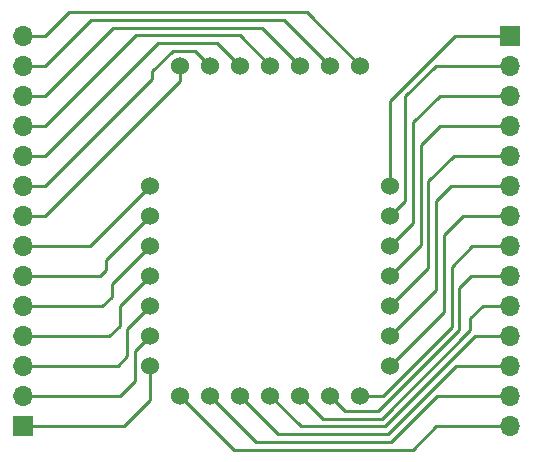
<source format=gbr>
%TF.GenerationSoftware,KiCad,Pcbnew,(5.1.9-0-10_14)*%
%TF.CreationDate,2021-07-27T12:59:24-05:00*%
%TF.ProjectId,castellated_breakout,63617374-656c-46c6-9174-65645f627265,rev?*%
%TF.SameCoordinates,Original*%
%TF.FileFunction,Copper,L1,Top*%
%TF.FilePolarity,Positive*%
%FSLAX46Y46*%
G04 Gerber Fmt 4.6, Leading zero omitted, Abs format (unit mm)*
G04 Created by KiCad (PCBNEW (5.1.9-0-10_14)) date 2021-07-27 12:59:24*
%MOMM*%
%LPD*%
G01*
G04 APERTURE LIST*
%TA.AperFunction,SMDPad,CuDef*%
%ADD10C,1.524000*%
%TD*%
%TA.AperFunction,ComponentPad*%
%ADD11O,1.700000X1.700000*%
%TD*%
%TA.AperFunction,ComponentPad*%
%ADD12R,1.700000X1.700000*%
%TD*%
%TA.AperFunction,Conductor*%
%ADD13C,0.250000*%
%TD*%
G04 APERTURE END LIST*
D10*
%TO.P,U1,28*%
%TO.N,Net-(J2-Pad1)*%
X148590000Y-107950000D03*
%TO.P,U1,27*%
%TO.N,Net-(J2-Pad2)*%
X148590000Y-105410000D03*
%TO.P,U1,26*%
%TO.N,Net-(J2-Pad3)*%
X148590000Y-102870000D03*
%TO.P,U1,25*%
%TO.N,Net-(J2-Pad4)*%
X148590000Y-100330000D03*
%TO.P,U1,24*%
%TO.N,Net-(J2-Pad5)*%
X148590000Y-97790000D03*
%TO.P,U1,23*%
%TO.N,Net-(J2-Pad6)*%
X148590000Y-95250000D03*
%TO.P,U1,22*%
%TO.N,Net-(J2-Pad7)*%
X148590000Y-92710000D03*
%TO.P,U1,21*%
%TO.N,Net-(J2-Pad8)*%
X151130000Y-82550000D03*
%TO.P,U1,20*%
%TO.N,Net-(J2-Pad9)*%
X153670000Y-82550000D03*
%TO.P,U1,19*%
%TO.N,Net-(J2-Pad10)*%
X156210000Y-82550000D03*
%TO.P,U1,18*%
%TO.N,Net-(J2-Pad11)*%
X158750000Y-82550000D03*
%TO.P,U1,17*%
%TO.N,Net-(J2-Pad12)*%
X161290000Y-82550000D03*
%TO.P,U1,16*%
%TO.N,Net-(J2-Pad13)*%
X163830000Y-82550000D03*
%TO.P,U1,15*%
%TO.N,Net-(J2-Pad14)*%
X166370000Y-82550000D03*
%TO.P,U1,14*%
%TO.N,Net-(J1-Pad1)*%
X168910000Y-92710000D03*
%TO.P,U1,13*%
%TO.N,Net-(J1-Pad2)*%
X168910000Y-95250000D03*
%TO.P,U1,12*%
%TO.N,Net-(J1-Pad3)*%
X168910000Y-97790000D03*
%TO.P,U1,11*%
%TO.N,Net-(J1-Pad4)*%
X168910000Y-100330000D03*
%TO.P,U1,10*%
%TO.N,Net-(J1-Pad5)*%
X168910000Y-102870000D03*
%TO.P,U1,9*%
%TO.N,Net-(J1-Pad6)*%
X168910000Y-105410000D03*
%TO.P,U1,8*%
%TO.N,Net-(J1-Pad7)*%
X168910000Y-107950000D03*
%TO.P,U1,7*%
%TO.N,Net-(J1-Pad8)*%
X166370000Y-110490000D03*
%TO.P,U1,6*%
%TO.N,Net-(J1-Pad9)*%
X163830000Y-110490000D03*
%TO.P,U1,5*%
%TO.N,Net-(J1-Pad10)*%
X161290000Y-110490000D03*
%TO.P,U1,4*%
%TO.N,Net-(J1-Pad11)*%
X158750000Y-110490000D03*
%TO.P,U1,3*%
%TO.N,Net-(J1-Pad12)*%
X156210000Y-110490000D03*
%TO.P,U1,2*%
%TO.N,Net-(J1-Pad13)*%
X153670000Y-110490000D03*
%TO.P,U1,1*%
%TO.N,Net-(J1-Pad14)*%
X151130000Y-110490000D03*
%TD*%
D11*
%TO.P,J2,14*%
%TO.N,Net-(J2-Pad14)*%
X137795000Y-80010000D03*
%TO.P,J2,13*%
%TO.N,Net-(J2-Pad13)*%
X137795000Y-82550000D03*
%TO.P,J2,12*%
%TO.N,Net-(J2-Pad12)*%
X137795000Y-85090000D03*
%TO.P,J2,11*%
%TO.N,Net-(J2-Pad11)*%
X137795000Y-87630000D03*
%TO.P,J2,10*%
%TO.N,Net-(J2-Pad10)*%
X137795000Y-90170000D03*
%TO.P,J2,9*%
%TO.N,Net-(J2-Pad9)*%
X137795000Y-92710000D03*
%TO.P,J2,8*%
%TO.N,Net-(J2-Pad8)*%
X137795000Y-95250000D03*
%TO.P,J2,7*%
%TO.N,Net-(J2-Pad7)*%
X137795000Y-97790000D03*
%TO.P,J2,6*%
%TO.N,Net-(J2-Pad6)*%
X137795000Y-100330000D03*
%TO.P,J2,5*%
%TO.N,Net-(J2-Pad5)*%
X137795000Y-102870000D03*
%TO.P,J2,4*%
%TO.N,Net-(J2-Pad4)*%
X137795000Y-105410000D03*
%TO.P,J2,3*%
%TO.N,Net-(J2-Pad3)*%
X137795000Y-107950000D03*
%TO.P,J2,2*%
%TO.N,Net-(J2-Pad2)*%
X137795000Y-110490000D03*
D12*
%TO.P,J2,1*%
%TO.N,Net-(J2-Pad1)*%
X137795000Y-113030000D03*
%TD*%
D11*
%TO.P,J1,14*%
%TO.N,Net-(J1-Pad14)*%
X179070000Y-113030000D03*
%TO.P,J1,13*%
%TO.N,Net-(J1-Pad13)*%
X179070000Y-110490000D03*
%TO.P,J1,12*%
%TO.N,Net-(J1-Pad12)*%
X179070000Y-107950000D03*
%TO.P,J1,11*%
%TO.N,Net-(J1-Pad11)*%
X179070000Y-105410000D03*
%TO.P,J1,10*%
%TO.N,Net-(J1-Pad10)*%
X179070000Y-102870000D03*
%TO.P,J1,9*%
%TO.N,Net-(J1-Pad9)*%
X179070000Y-100330000D03*
%TO.P,J1,8*%
%TO.N,Net-(J1-Pad8)*%
X179070000Y-97790000D03*
%TO.P,J1,7*%
%TO.N,Net-(J1-Pad7)*%
X179070000Y-95250000D03*
%TO.P,J1,6*%
%TO.N,Net-(J1-Pad6)*%
X179070000Y-92710000D03*
%TO.P,J1,5*%
%TO.N,Net-(J1-Pad5)*%
X179070000Y-90170000D03*
%TO.P,J1,4*%
%TO.N,Net-(J1-Pad4)*%
X179070000Y-87630000D03*
%TO.P,J1,3*%
%TO.N,Net-(J1-Pad3)*%
X179070000Y-85090000D03*
%TO.P,J1,2*%
%TO.N,Net-(J1-Pad2)*%
X179070000Y-82550000D03*
D12*
%TO.P,J1,1*%
%TO.N,Net-(J1-Pad1)*%
X179070000Y-80010000D03*
%TD*%
D13*
%TO.N,Net-(J1-Pad14)*%
X155667051Y-115027051D02*
X170822949Y-115027051D01*
X151130000Y-110490000D02*
X155667051Y-115027051D01*
X172820000Y-113030000D02*
X179070000Y-113030000D01*
X170822949Y-115027051D02*
X172820000Y-113030000D01*
%TO.N,Net-(J1-Pad13)*%
X172871022Y-110490000D02*
X179070000Y-110490000D01*
X168983981Y-114377041D02*
X172871022Y-110490000D01*
X157557041Y-114377041D02*
X168983981Y-114377041D01*
X153670000Y-110490000D02*
X157557041Y-114377041D01*
%TO.N,Net-(J1-Pad12)*%
X174491770Y-107950000D02*
X179070000Y-107950000D01*
X168714739Y-113727031D02*
X174491770Y-107950000D01*
X159447031Y-113727031D02*
X168714739Y-113727031D01*
X156210000Y-110490000D02*
X159447031Y-113727031D01*
%TO.N,Net-(J1-Pad11)*%
X176112518Y-105410000D02*
X179070000Y-105410000D01*
X168445497Y-113077021D02*
X176112518Y-105410000D01*
X161337021Y-113077021D02*
X168445497Y-113077021D01*
X158750000Y-110490000D02*
X161337021Y-113077021D01*
%TO.N,Net-(J1-Pad10)*%
X168176255Y-112427011D02*
X175675000Y-104928266D01*
X163227011Y-112427011D02*
X168176255Y-112427011D01*
X161290000Y-110490000D02*
X163227011Y-112427011D01*
X175675000Y-104928266D02*
X175675000Y-103925000D01*
X176730000Y-102870000D02*
X179070000Y-102870000D01*
X175675000Y-103925000D02*
X176730000Y-102870000D01*
%TO.N,Net-(J1-Pad9)*%
X167907013Y-111777001D02*
X174750030Y-104933984D01*
X165117001Y-111777001D02*
X167907013Y-111777001D01*
X163830000Y-110490000D02*
X165117001Y-111777001D01*
X174750030Y-104933984D02*
X174750030Y-101324970D01*
X175745000Y-100330000D02*
X179070000Y-100330000D01*
X174750030Y-101324970D02*
X175745000Y-100330000D01*
%TO.N,Net-(J1-Pad8)*%
X168274762Y-110490000D02*
X174100020Y-104664742D01*
X166370000Y-110490000D02*
X168274762Y-110490000D01*
X174100020Y-104664742D02*
X174100020Y-99549980D01*
X175860000Y-97790000D02*
X179070000Y-97790000D01*
X174100020Y-99549980D02*
X175860000Y-97790000D01*
%TO.N,Net-(J1-Pad7)*%
X168910000Y-107950000D02*
X173450010Y-103409990D01*
X173450010Y-103409990D02*
X173450010Y-96849990D01*
X175050000Y-95250000D02*
X179070000Y-95250000D01*
X173450010Y-96849990D02*
X175050000Y-95250000D01*
%TO.N,Net-(J1-Pad6)*%
X168910000Y-105410000D02*
X172800000Y-101520000D01*
X174090000Y-92710000D02*
X179070000Y-92710000D01*
X172800000Y-94000000D02*
X174090000Y-92710000D01*
X172800000Y-101520000D02*
X172800000Y-94000000D01*
%TO.N,Net-(J1-Pad5)*%
X168910000Y-102870000D02*
X172147031Y-99632969D01*
X172147031Y-99632969D02*
X172147031Y-92302969D01*
X174280000Y-90170000D02*
X179070000Y-90170000D01*
X172147031Y-92302969D02*
X174280000Y-90170000D01*
%TO.N,Net-(J1-Pad4)*%
X168910000Y-100330000D02*
X171497021Y-97742979D01*
X171497021Y-97742979D02*
X171497021Y-89252979D01*
X173120000Y-87630000D02*
X179070000Y-87630000D01*
X171497021Y-89252979D02*
X173120000Y-87630000D01*
%TO.N,Net-(J1-Pad3)*%
X168910000Y-97790000D02*
X170847011Y-95852989D01*
X170847011Y-95852989D02*
X170847011Y-87327989D01*
X173085000Y-85090000D02*
X179070000Y-85090000D01*
X170847011Y-87327989D02*
X173085000Y-85090000D01*
%TO.N,Net-(J1-Pad2)*%
X170197001Y-93962999D02*
X170197001Y-85122251D01*
X168910000Y-95250000D02*
X170197001Y-93962999D01*
X172769252Y-82550000D02*
X179070000Y-82550000D01*
X170197001Y-85122251D02*
X172769252Y-82550000D01*
%TO.N,Net-(J1-Pad1)*%
X168910000Y-92710000D02*
X168910000Y-85490000D01*
X174390000Y-80010000D02*
X179070000Y-80010000D01*
X168910000Y-85490000D02*
X174390000Y-80010000D01*
%TO.N,Net-(J2-Pad14)*%
X141697051Y-78012949D02*
X139700000Y-80010000D01*
X161832949Y-78012949D02*
X141697051Y-78012949D01*
X166370000Y-82550000D02*
X161832949Y-78012949D01*
X139700000Y-80010000D02*
X137795000Y-80010000D01*
%TO.N,Net-(J2-Pad13)*%
X159942959Y-78662959D02*
X143587041Y-78662959D01*
X143587041Y-78662959D02*
X139700000Y-82550000D01*
X163830000Y-82550000D02*
X159942959Y-78662959D01*
X139700000Y-82550000D02*
X137795000Y-82550000D01*
%TO.N,Net-(J2-Pad12)*%
X145477031Y-79312969D02*
X139700000Y-85090000D01*
X158052969Y-79312969D02*
X145477031Y-79312969D01*
X161290000Y-82550000D02*
X158052969Y-79312969D01*
X139700000Y-85090000D02*
X137795000Y-85090000D01*
%TO.N,Net-(J2-Pad11)*%
X147367021Y-79962979D02*
X139700000Y-87630000D01*
X156162979Y-79962979D02*
X147367021Y-79962979D01*
X158750000Y-82550000D02*
X156162979Y-79962979D01*
X139700000Y-87630000D02*
X137795000Y-87630000D01*
%TO.N,Net-(J2-Pad10)*%
X149257011Y-80612989D02*
X139700000Y-90170000D01*
X154272989Y-80612989D02*
X149257011Y-80612989D01*
X156210000Y-82550000D02*
X154272989Y-80612989D01*
X139700000Y-90170000D02*
X137795000Y-90170000D01*
%TO.N,Net-(J2-Pad9)*%
X150512239Y-81262999D02*
X148775000Y-83000238D01*
X152382999Y-81262999D02*
X150512239Y-81262999D01*
X153670000Y-82550000D02*
X152382999Y-81262999D01*
X148775000Y-83635000D02*
X139700000Y-92710000D01*
X148775000Y-83000238D02*
X148775000Y-83635000D01*
X139700000Y-92710000D02*
X137795000Y-92710000D01*
%TO.N,Net-(J2-Pad8)*%
X151130000Y-83820000D02*
X139700000Y-95250000D01*
X151130000Y-82550000D02*
X151130000Y-83820000D01*
X139700000Y-95250000D02*
X137795000Y-95250000D01*
%TO.N,Net-(J2-Pad7)*%
X148590000Y-92710000D02*
X143525000Y-97775000D01*
X139715000Y-97775000D02*
X139700000Y-97790000D01*
X143525000Y-97775000D02*
X139715000Y-97775000D01*
X137810000Y-97775000D02*
X137795000Y-97790000D01*
X139715000Y-97775000D02*
X137810000Y-97775000D01*
%TO.N,Net-(J2-Pad6)*%
X148590000Y-95250000D02*
X144825000Y-99015000D01*
X144825000Y-99015000D02*
X144825000Y-99825000D01*
X144320000Y-100330000D02*
X139700000Y-100330000D01*
X144825000Y-99825000D02*
X144320000Y-100330000D01*
X139700000Y-100330000D02*
X137795000Y-100330000D01*
%TO.N,Net-(J2-Pad5)*%
X148590000Y-97790000D02*
X145325000Y-101055000D01*
X145325000Y-101055000D02*
X145325000Y-102075000D01*
X144530000Y-102870000D02*
X139700000Y-102870000D01*
X145325000Y-102075000D02*
X144530000Y-102870000D01*
X139700000Y-102870000D02*
X137795000Y-102870000D01*
%TO.N,Net-(J2-Pad4)*%
X148590000Y-100330000D02*
X146002981Y-102917019D01*
X146002981Y-102917019D02*
X146002981Y-104547019D01*
X145140000Y-105410000D02*
X139700000Y-105410000D01*
X146002981Y-104547019D02*
X145140000Y-105410000D01*
X139700000Y-105410000D02*
X137795000Y-105410000D01*
%TO.N,Net-(J2-Pad3)*%
X148590000Y-102870000D02*
X146652989Y-104807011D01*
X146652989Y-104807011D02*
X146652989Y-107147011D01*
X145850000Y-107950000D02*
X139700000Y-107950000D01*
X146652989Y-107147011D02*
X145850000Y-107950000D01*
X139700000Y-107950000D02*
X137795000Y-107950000D01*
%TO.N,Net-(J2-Pad2)*%
X147302999Y-106697001D02*
X147302999Y-109247001D01*
X148590000Y-105410000D02*
X147302999Y-106697001D01*
X146060000Y-110490000D02*
X139700000Y-110490000D01*
X147302999Y-109247001D02*
X146060000Y-110490000D01*
X139700000Y-110490000D02*
X137795000Y-110490000D01*
%TO.N,Net-(J2-Pad1)*%
X148590000Y-107950000D02*
X148590000Y-110810000D01*
X146370000Y-113030000D02*
X139700000Y-113030000D01*
X148590000Y-110810000D02*
X146370000Y-113030000D01*
X139700000Y-113030000D02*
X137795000Y-113030000D01*
%TD*%
M02*

</source>
